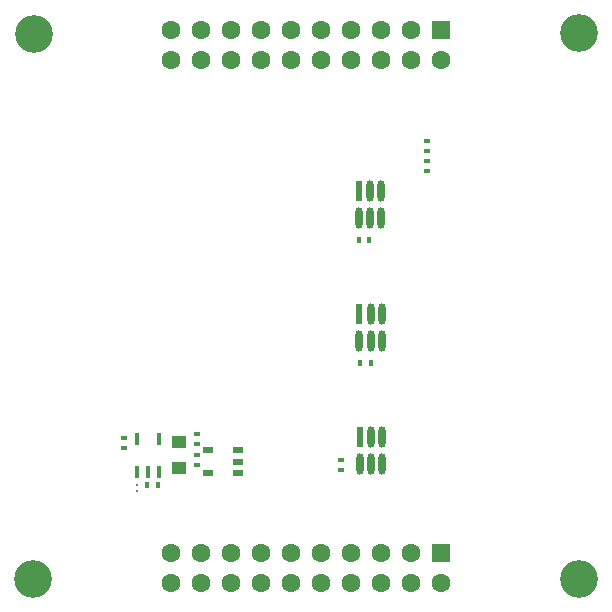
<source format=gbs>
G04*
G04 #@! TF.GenerationSoftware,Altium Limited,Altium Designer,23.8.1 (32)*
G04*
G04 Layer_Color=16711935*
%FSLAX44Y44*%
%MOMM*%
G71*
G04*
G04 #@! TF.SameCoordinates,92C49762-E6E1-4201-94AC-3A3CAB1C571E*
G04*
G04*
G04 #@! TF.FilePolarity,Negative*
G04*
G01*
G75*
%ADD25R,0.5000X0.4000*%
%ADD39R,0.4000X0.5000*%
%ADD44C,1.6000*%
%ADD45R,1.6000X1.6000*%
%ADD46C,3.2000*%
%ADD59R,0.4500X1.0000*%
%ADD60R,1.3000X1.1000*%
G04:AMPARAMS|DCode=61|XSize=0.55mm|YSize=0.8mm|CornerRadius=0.0495mm|HoleSize=0mm|Usage=FLASHONLY|Rotation=90.000|XOffset=0mm|YOffset=0mm|HoleType=Round|Shape=RoundedRectangle|*
%AMROUNDEDRECTD61*
21,1,0.5500,0.7010,0,0,90.0*
21,1,0.4510,0.8000,0,0,90.0*
1,1,0.0990,0.3505,0.2255*
1,1,0.0990,0.3505,-0.2255*
1,1,0.0990,-0.3505,-0.2255*
1,1,0.0990,-0.3505,0.2255*
%
%ADD61ROUNDEDRECTD61*%
%ADD62R,0.2540X0.2540*%
G04:AMPARAMS|DCode=63|XSize=1.8052mm|YSize=0.6098mm|CornerRadius=0.3049mm|HoleSize=0mm|Usage=FLASHONLY|Rotation=270.000|XOffset=0mm|YOffset=0mm|HoleType=Round|Shape=RoundedRectangle|*
%AMROUNDEDRECTD63*
21,1,1.8052,0.0000,0,0,270.0*
21,1,1.1954,0.6098,0,0,270.0*
1,1,0.6098,0.0000,-0.5977*
1,1,0.6098,0.0000,0.5977*
1,1,0.6098,0.0000,0.5977*
1,1,0.6098,0.0000,-0.5977*
%
%ADD63ROUNDEDRECTD63*%
%ADD64R,0.6098X1.8052*%
D25*
X126510Y159660D02*
D03*
X126509Y168659D02*
D03*
X188750Y163500D02*
D03*
X188750Y172000D02*
D03*
X188750Y145500D02*
D03*
X188750Y154000D02*
D03*
X383500Y411500D02*
D03*
Y420000D02*
D03*
Y394500D02*
D03*
Y403000D02*
D03*
X310501Y141001D02*
D03*
X310500Y150000D02*
D03*
D39*
X146500Y129000D02*
D03*
X155499Y129001D02*
D03*
X334200Y336300D02*
D03*
X325201Y336299D02*
D03*
X326601Y231999D02*
D03*
X335600Y232000D02*
D03*
D44*
X192100Y488800D02*
D03*
Y514200D02*
D03*
X242900D02*
D03*
Y488800D02*
D03*
X268300D02*
D03*
Y514200D02*
D03*
X293700Y488800D02*
D03*
Y514200D02*
D03*
X319100Y488800D02*
D03*
Y514200D02*
D03*
X344500Y488800D02*
D03*
Y514200D02*
D03*
X369900Y488800D02*
D03*
Y514200D02*
D03*
X395300Y488800D02*
D03*
X217500Y514200D02*
D03*
Y488800D02*
D03*
X166700Y514200D02*
D03*
Y488800D02*
D03*
X192100Y45800D02*
D03*
Y71200D02*
D03*
X242900D02*
D03*
Y45800D02*
D03*
X268300D02*
D03*
Y71200D02*
D03*
X293700Y45800D02*
D03*
Y71200D02*
D03*
X319100Y45800D02*
D03*
Y71200D02*
D03*
X344500Y45800D02*
D03*
Y71200D02*
D03*
X369900Y45800D02*
D03*
Y71200D02*
D03*
X395300Y45800D02*
D03*
X217500Y71200D02*
D03*
Y45800D02*
D03*
X166700Y71200D02*
D03*
Y45800D02*
D03*
D45*
X395300Y514200D02*
D03*
Y71200D02*
D03*
D46*
X50500Y510500D02*
D03*
X50000Y49500D02*
D03*
X511500Y511000D02*
D03*
Y49500D02*
D03*
D59*
X137330Y168030D02*
D03*
X156330Y168030D02*
D03*
X146830Y140030D02*
D03*
X156330D02*
D03*
X137330D02*
D03*
D60*
X173500Y143000D02*
D03*
Y165000D02*
D03*
D61*
X223500Y158000D02*
D03*
Y148500D02*
D03*
Y139000D02*
D03*
X198000D02*
D03*
Y158000D02*
D03*
D62*
X137500Y124000D02*
D03*
X137500Y129080D02*
D03*
D63*
X325500Y354490D02*
D03*
X335000D02*
D03*
X344500D02*
D03*
Y377500D02*
D03*
X335000D02*
D03*
X335500Y273505D02*
D03*
X345000D02*
D03*
Y250495D02*
D03*
X335500D02*
D03*
X326000D02*
D03*
X336000Y169605D02*
D03*
X345500D02*
D03*
Y146595D02*
D03*
X336000D02*
D03*
X326500D02*
D03*
D64*
X325500Y377500D02*
D03*
X326000Y273505D02*
D03*
X326500Y169605D02*
D03*
M02*

</source>
